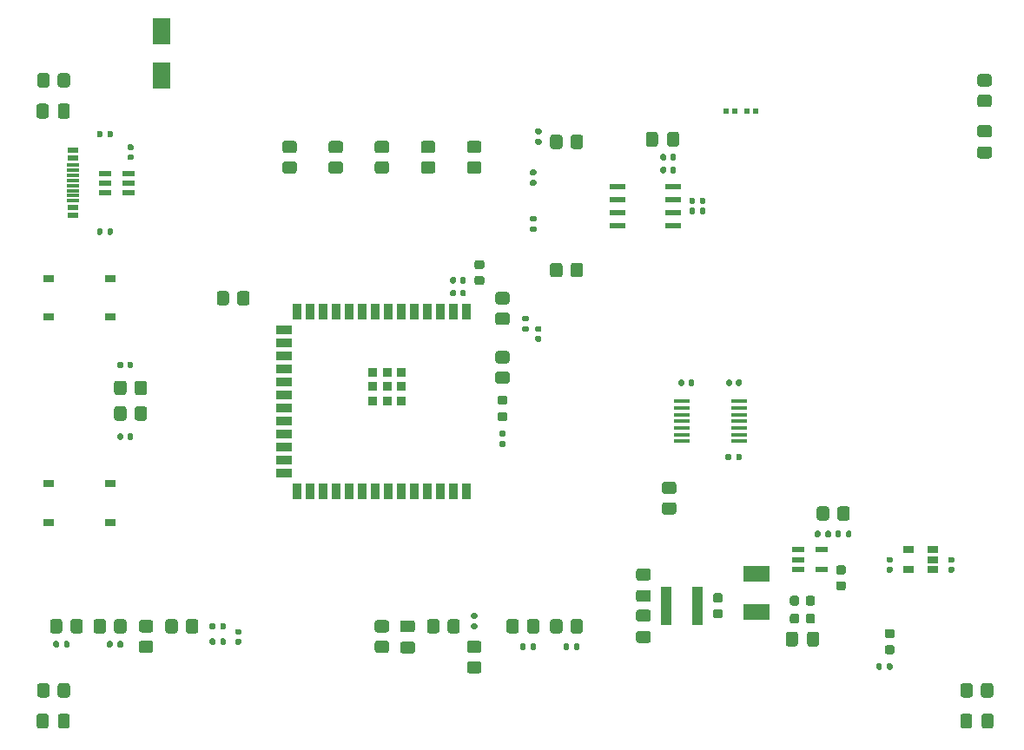
<source format=gtp>
G04 #@! TF.GenerationSoftware,KiCad,Pcbnew,8.0.3+1*
G04 #@! TF.CreationDate,2024-08-22T20:15:40+00:00*
G04 #@! TF.ProjectId,AstraControl,41737472-6143-46f6-9e74-726f6c2e6b69,rev?*
G04 #@! TF.SameCoordinates,Original*
G04 #@! TF.FileFunction,Paste,Top*
G04 #@! TF.FilePolarity,Positive*
%FSLAX46Y46*%
G04 Gerber Fmt 4.6, Leading zero omitted, Abs format (unit mm)*
G04 Created by KiCad (PCBNEW 8.0.3+1) date 2024-08-22 20:15:40*
%MOMM*%
%LPD*%
G01*
G04 APERTURE LIST*
%ADD10R,1.550000X0.300000*%
%ADD11R,1.000000X0.750000*%
%ADD12R,1.100000X3.700000*%
%ADD13R,1.200000X0.600000*%
%ADD14R,2.500000X1.500000*%
%ADD15R,0.550000X0.600000*%
%ADD16R,1.000000X0.700000*%
%ADD17R,0.900000X1.500000*%
%ADD18R,1.500000X0.900000*%
%ADD19R,0.900000X0.900000*%
%ADD20R,1.140000X0.600000*%
%ADD21R,1.190000X0.300000*%
%ADD22R,1.500000X0.550000*%
%ADD23R,1.750000X2.650000*%
G04 APERTURE END LIST*
G36*
G01*
X200200000Y-79350000D02*
X199300000Y-79350000D01*
G75*
G02*
X199050000Y-79100000I0J250000D01*
G01*
X199050000Y-78400000D01*
G75*
G02*
X199300000Y-78150000I250000J0D01*
G01*
X200200000Y-78150000D01*
G75*
G02*
X200450000Y-78400000I0J-250000D01*
G01*
X200450000Y-79100000D01*
G75*
G02*
X200200000Y-79350000I-250000J0D01*
G01*
G37*
G36*
G01*
X200200000Y-77350000D02*
X199300000Y-77350000D01*
G75*
G02*
X199050000Y-77100000I0J250000D01*
G01*
X199050000Y-76400000D01*
G75*
G02*
X199300000Y-76150000I250000J0D01*
G01*
X200200000Y-76150000D01*
G75*
G02*
X200450000Y-76400000I0J-250000D01*
G01*
X200450000Y-77100000D01*
G75*
G02*
X200200000Y-77350000I-250000J0D01*
G01*
G37*
G36*
G01*
X173500000Y-126775000D02*
X174000000Y-126775000D01*
G75*
G02*
X174225000Y-127000000I0J-225000D01*
G01*
X174225000Y-127450000D01*
G75*
G02*
X174000000Y-127675000I-225000J0D01*
G01*
X173500000Y-127675000D01*
G75*
G02*
X173275000Y-127450000I0J225000D01*
G01*
X173275000Y-127000000D01*
G75*
G02*
X173500000Y-126775000I225000J0D01*
G01*
G37*
G36*
G01*
X173500000Y-128325000D02*
X174000000Y-128325000D01*
G75*
G02*
X174225000Y-128550000I0J-225000D01*
G01*
X174225000Y-129000000D01*
G75*
G02*
X174000000Y-129225000I-225000J0D01*
G01*
X173500000Y-129225000D01*
G75*
G02*
X173275000Y-129000000I0J225000D01*
G01*
X173275000Y-128550000D01*
G75*
G02*
X173500000Y-128325000I225000J0D01*
G01*
G37*
G36*
G01*
X149190000Y-96080000D02*
X149190000Y-96420000D01*
G75*
G02*
X149050000Y-96560000I-140000J0D01*
G01*
X148770000Y-96560000D01*
G75*
G02*
X148630000Y-96420000I0J140000D01*
G01*
X148630000Y-96080000D01*
G75*
G02*
X148770000Y-95940000I140000J0D01*
G01*
X149050000Y-95940000D01*
G75*
G02*
X149190000Y-96080000I0J-140000D01*
G01*
G37*
G36*
G01*
X148230000Y-96080000D02*
X148230000Y-96420000D01*
G75*
G02*
X148090000Y-96560000I-140000J0D01*
G01*
X147810000Y-96560000D01*
G75*
G02*
X147670000Y-96420000I0J140000D01*
G01*
X147670000Y-96080000D01*
G75*
G02*
X147810000Y-95940000I140000J0D01*
G01*
X148090000Y-95940000D01*
G75*
G02*
X148230000Y-96080000I0J-140000D01*
G01*
G37*
G36*
G01*
X166975000Y-131625000D02*
X166025000Y-131625000D01*
G75*
G02*
X165775000Y-131375000I0J250000D01*
G01*
X165775000Y-130700000D01*
G75*
G02*
X166025000Y-130450000I250000J0D01*
G01*
X166975000Y-130450000D01*
G75*
G02*
X167225000Y-130700000I0J-250000D01*
G01*
X167225000Y-131375000D01*
G75*
G02*
X166975000Y-131625000I-250000J0D01*
G01*
G37*
G36*
G01*
X166975000Y-129550000D02*
X166025000Y-129550000D01*
G75*
G02*
X165775000Y-129300000I0J250000D01*
G01*
X165775000Y-128625000D01*
G75*
G02*
X166025000Y-128375000I250000J0D01*
G01*
X166975000Y-128375000D01*
G75*
G02*
X167225000Y-128625000I0J-250000D01*
G01*
X167225000Y-129300000D01*
G75*
G02*
X166975000Y-129550000I-250000J0D01*
G01*
G37*
G36*
G01*
X199275000Y-81125000D02*
X200225000Y-81125000D01*
G75*
G02*
X200475000Y-81375000I0J-250000D01*
G01*
X200475000Y-82050000D01*
G75*
G02*
X200225000Y-82300000I-250000J0D01*
G01*
X199275000Y-82300000D01*
G75*
G02*
X199025000Y-82050000I0J250000D01*
G01*
X199025000Y-81375000D01*
G75*
G02*
X199275000Y-81125000I250000J0D01*
G01*
G37*
G36*
G01*
X199275000Y-83200000D02*
X200225000Y-83200000D01*
G75*
G02*
X200475000Y-83450000I0J-250000D01*
G01*
X200475000Y-84125000D01*
G75*
G02*
X200225000Y-84375000I-250000J0D01*
G01*
X199275000Y-84375000D01*
G75*
G02*
X199025000Y-84125000I0J250000D01*
G01*
X199025000Y-83450000D01*
G75*
G02*
X199275000Y-83200000I250000J0D01*
G01*
G37*
G36*
G01*
X183225000Y-129000000D02*
X183225000Y-129500000D01*
G75*
G02*
X183000000Y-129725000I-225000J0D01*
G01*
X182550000Y-129725000D01*
G75*
G02*
X182325000Y-129500000I0J225000D01*
G01*
X182325000Y-129000000D01*
G75*
G02*
X182550000Y-128775000I225000J0D01*
G01*
X183000000Y-128775000D01*
G75*
G02*
X183225000Y-129000000I0J-225000D01*
G01*
G37*
G36*
G01*
X181675000Y-129000000D02*
X181675000Y-129500000D01*
G75*
G02*
X181450000Y-129725000I-225000J0D01*
G01*
X181000000Y-129725000D01*
G75*
G02*
X180775000Y-129500000I0J225000D01*
G01*
X180775000Y-129000000D01*
G75*
G02*
X181000000Y-128775000I225000J0D01*
G01*
X181450000Y-128775000D01*
G75*
G02*
X181675000Y-129000000I0J-225000D01*
G01*
G37*
G36*
G01*
X160280000Y-131815000D02*
X160280000Y-132185000D01*
G75*
G02*
X160145000Y-132320000I-135000J0D01*
G01*
X159875000Y-132320000D01*
G75*
G02*
X159740000Y-132185000I0J135000D01*
G01*
X159740000Y-131815000D01*
G75*
G02*
X159875000Y-131680000I135000J0D01*
G01*
X160145000Y-131680000D01*
G75*
G02*
X160280000Y-131815000I0J-135000D01*
G01*
G37*
G36*
G01*
X159260000Y-131815000D02*
X159260000Y-132185000D01*
G75*
G02*
X159125000Y-132320000I-135000J0D01*
G01*
X158855000Y-132320000D01*
G75*
G02*
X158720000Y-132185000I0J135000D01*
G01*
X158720000Y-131815000D01*
G75*
G02*
X158855000Y-131680000I135000J0D01*
G01*
X159125000Y-131680000D01*
G75*
G02*
X159260000Y-131815000I0J-135000D01*
G01*
G37*
G36*
G01*
X110587500Y-138775000D02*
X110587500Y-139725000D01*
G75*
G02*
X110337500Y-139975000I-250000J0D01*
G01*
X109662500Y-139975000D01*
G75*
G02*
X109412500Y-139725000I0J250000D01*
G01*
X109412500Y-138775000D01*
G75*
G02*
X109662500Y-138525000I250000J0D01*
G01*
X110337500Y-138525000D01*
G75*
G02*
X110587500Y-138775000I0J-250000D01*
G01*
G37*
G36*
G01*
X108512500Y-138775000D02*
X108512500Y-139725000D01*
G75*
G02*
X108262500Y-139975000I-250000J0D01*
G01*
X107587500Y-139975000D01*
G75*
G02*
X107337500Y-139725000I0J250000D01*
G01*
X107337500Y-138775000D01*
G75*
G02*
X107587500Y-138525000I250000J0D01*
G01*
X108262500Y-138525000D01*
G75*
G02*
X108512500Y-138775000I0J-250000D01*
G01*
G37*
G36*
G01*
X168160000Y-85670000D02*
X168160000Y-85330000D01*
G75*
G02*
X168300000Y-85190000I140000J0D01*
G01*
X168580000Y-85190000D01*
G75*
G02*
X168720000Y-85330000I0J-140000D01*
G01*
X168720000Y-85670000D01*
G75*
G02*
X168580000Y-85810000I-140000J0D01*
G01*
X168300000Y-85810000D01*
G75*
G02*
X168160000Y-85670000I0J140000D01*
G01*
G37*
G36*
G01*
X169120000Y-85670000D02*
X169120000Y-85330000D01*
G75*
G02*
X169260000Y-85190000I140000J0D01*
G01*
X169540000Y-85190000D01*
G75*
G02*
X169680000Y-85330000I0J-140000D01*
G01*
X169680000Y-85670000D01*
G75*
G02*
X169540000Y-85810000I-140000J0D01*
G01*
X169260000Y-85810000D01*
G75*
G02*
X169120000Y-85670000I0J140000D01*
G01*
G37*
G36*
G01*
X119900000Y-130450000D02*
X119900000Y-129550000D01*
G75*
G02*
X120150000Y-129300000I250000J0D01*
G01*
X120850000Y-129300000D01*
G75*
G02*
X121100000Y-129550000I0J-250000D01*
G01*
X121100000Y-130450000D01*
G75*
G02*
X120850000Y-130700000I-250000J0D01*
G01*
X120150000Y-130700000D01*
G75*
G02*
X119900000Y-130450000I0J250000D01*
G01*
G37*
G36*
G01*
X121900000Y-130450000D02*
X121900000Y-129550000D01*
G75*
G02*
X122150000Y-129300000I250000J0D01*
G01*
X122850000Y-129300000D01*
G75*
G02*
X123100000Y-129550000I0J-250000D01*
G01*
X123100000Y-130450000D01*
G75*
G02*
X122850000Y-130700000I-250000J0D01*
G01*
X122150000Y-130700000D01*
G75*
G02*
X121900000Y-130450000I0J250000D01*
G01*
G37*
G36*
G01*
X116330000Y-83010000D02*
X116670000Y-83010000D01*
G75*
G02*
X116810000Y-83150000I0J-140000D01*
G01*
X116810000Y-83430000D01*
G75*
G02*
X116670000Y-83570000I-140000J0D01*
G01*
X116330000Y-83570000D01*
G75*
G02*
X116190000Y-83430000I0J140000D01*
G01*
X116190000Y-83150000D01*
G75*
G02*
X116330000Y-83010000I140000J0D01*
G01*
G37*
G36*
G01*
X116330000Y-83970000D02*
X116670000Y-83970000D01*
G75*
G02*
X116810000Y-84110000I0J-140000D01*
G01*
X116810000Y-84390000D01*
G75*
G02*
X116670000Y-84530000I-140000J0D01*
G01*
X116330000Y-84530000D01*
G75*
G02*
X116190000Y-84390000I0J140000D01*
G01*
X116190000Y-84110000D01*
G75*
G02*
X116330000Y-83970000I140000J0D01*
G01*
G37*
G36*
G01*
X110600000Y-76300000D02*
X110600000Y-77200000D01*
G75*
G02*
X110350000Y-77450000I-250000J0D01*
G01*
X109650000Y-77450000D01*
G75*
G02*
X109400000Y-77200000I0J250000D01*
G01*
X109400000Y-76300000D01*
G75*
G02*
X109650000Y-76050000I250000J0D01*
G01*
X110350000Y-76050000D01*
G75*
G02*
X110600000Y-76300000I0J-250000D01*
G01*
G37*
G36*
G01*
X108600000Y-76300000D02*
X108600000Y-77200000D01*
G75*
G02*
X108350000Y-77450000I-250000J0D01*
G01*
X107650000Y-77450000D01*
G75*
G02*
X107400000Y-77200000I0J250000D01*
G01*
X107400000Y-76300000D01*
G75*
G02*
X107650000Y-76050000I250000J0D01*
G01*
X108350000Y-76050000D01*
G75*
G02*
X108600000Y-76300000I0J-250000D01*
G01*
G37*
D10*
X170200000Y-108050000D03*
X170200000Y-108700000D03*
X170200000Y-109350000D03*
X170200000Y-110000000D03*
X170200000Y-110650000D03*
X170200000Y-111300000D03*
X170200000Y-111950000D03*
X175800000Y-111950000D03*
X175800000Y-111300000D03*
X175800000Y-110650000D03*
X175800000Y-110000000D03*
X175800000Y-109350000D03*
X175800000Y-108700000D03*
X175800000Y-108050000D03*
D11*
X114500000Y-99850000D03*
X108500000Y-99850000D03*
X114500000Y-96100000D03*
X108500000Y-96100000D03*
G36*
G01*
X152493750Y-107525000D02*
X153006250Y-107525000D01*
G75*
G02*
X153225000Y-107743750I0J-218750D01*
G01*
X153225000Y-108181250D01*
G75*
G02*
X153006250Y-108400000I-218750J0D01*
G01*
X152493750Y-108400000D01*
G75*
G02*
X152275000Y-108181250I0J218750D01*
G01*
X152275000Y-107743750D01*
G75*
G02*
X152493750Y-107525000I218750J0D01*
G01*
G37*
G36*
G01*
X152493750Y-109100000D02*
X153006250Y-109100000D01*
G75*
G02*
X153225000Y-109318750I0J-218750D01*
G01*
X153225000Y-109756250D01*
G75*
G02*
X153006250Y-109975000I-218750J0D01*
G01*
X152493750Y-109975000D01*
G75*
G02*
X152275000Y-109756250I0J218750D01*
G01*
X152275000Y-109318750D01*
G75*
G02*
X152493750Y-109100000I218750J0D01*
G01*
G37*
D12*
X171750000Y-128000000D03*
X168750000Y-128000000D03*
G36*
G01*
X155565000Y-85460000D02*
X155935000Y-85460000D01*
G75*
G02*
X156070000Y-85595000I0J-135000D01*
G01*
X156070000Y-85865000D01*
G75*
G02*
X155935000Y-86000000I-135000J0D01*
G01*
X155565000Y-86000000D01*
G75*
G02*
X155430000Y-85865000I0J135000D01*
G01*
X155430000Y-85595000D01*
G75*
G02*
X155565000Y-85460000I135000J0D01*
G01*
G37*
G36*
G01*
X155565000Y-86480000D02*
X155935000Y-86480000D01*
G75*
G02*
X156070000Y-86615000I0J-135000D01*
G01*
X156070000Y-86885000D01*
G75*
G02*
X155935000Y-87020000I-135000J0D01*
G01*
X155565000Y-87020000D01*
G75*
G02*
X155430000Y-86885000I0J135000D01*
G01*
X155430000Y-86615000D01*
G75*
G02*
X155565000Y-86480000I135000J0D01*
G01*
G37*
G36*
G01*
X117550000Y-129400000D02*
X118450000Y-129400000D01*
G75*
G02*
X118700000Y-129650000I0J-250000D01*
G01*
X118700000Y-130350000D01*
G75*
G02*
X118450000Y-130600000I-250000J0D01*
G01*
X117550000Y-130600000D01*
G75*
G02*
X117300000Y-130350000I0J250000D01*
G01*
X117300000Y-129650000D01*
G75*
G02*
X117550000Y-129400000I250000J0D01*
G01*
G37*
G36*
G01*
X117550000Y-131400000D02*
X118450000Y-131400000D01*
G75*
G02*
X118700000Y-131650000I0J-250000D01*
G01*
X118700000Y-132350000D01*
G75*
G02*
X118450000Y-132600000I-250000J0D01*
G01*
X117550000Y-132600000D01*
G75*
G02*
X117300000Y-132350000I0J250000D01*
G01*
X117300000Y-131650000D01*
G75*
G02*
X117550000Y-131400000I250000J0D01*
G01*
G37*
G36*
G01*
X108650000Y-130450000D02*
X108650000Y-129550000D01*
G75*
G02*
X108900000Y-129300000I250000J0D01*
G01*
X109600000Y-129300000D01*
G75*
G02*
X109850000Y-129550000I0J-250000D01*
G01*
X109850000Y-130450000D01*
G75*
G02*
X109600000Y-130700000I-250000J0D01*
G01*
X108900000Y-130700000D01*
G75*
G02*
X108650000Y-130450000I0J250000D01*
G01*
G37*
G36*
G01*
X110650000Y-130450000D02*
X110650000Y-129550000D01*
G75*
G02*
X110900000Y-129300000I250000J0D01*
G01*
X111600000Y-129300000D01*
G75*
G02*
X111850000Y-129550000I0J-250000D01*
G01*
X111850000Y-130450000D01*
G75*
G02*
X111600000Y-130700000I-250000J0D01*
G01*
X110900000Y-130700000D01*
G75*
G02*
X110650000Y-130450000I0J250000D01*
G01*
G37*
G36*
G01*
X174560000Y-106420000D02*
X174560000Y-106080000D01*
G75*
G02*
X174700000Y-105940000I140000J0D01*
G01*
X174980000Y-105940000D01*
G75*
G02*
X175120000Y-106080000I0J-140000D01*
G01*
X175120000Y-106420000D01*
G75*
G02*
X174980000Y-106560000I-140000J0D01*
G01*
X174700000Y-106560000D01*
G75*
G02*
X174560000Y-106420000I0J140000D01*
G01*
G37*
G36*
G01*
X175520000Y-106420000D02*
X175520000Y-106080000D01*
G75*
G02*
X175660000Y-105940000I140000J0D01*
G01*
X175940000Y-105940000D01*
G75*
G02*
X176080000Y-106080000I0J-140000D01*
G01*
X176080000Y-106420000D01*
G75*
G02*
X175940000Y-106560000I-140000J0D01*
G01*
X175660000Y-106560000D01*
G75*
G02*
X175520000Y-106420000I0J140000D01*
G01*
G37*
G36*
G01*
X183225000Y-127250000D02*
X183225000Y-127750000D01*
G75*
G02*
X183000000Y-127975000I-225000J0D01*
G01*
X182550000Y-127975000D01*
G75*
G02*
X182325000Y-127750000I0J225000D01*
G01*
X182325000Y-127250000D01*
G75*
G02*
X182550000Y-127025000I225000J0D01*
G01*
X183000000Y-127025000D01*
G75*
G02*
X183225000Y-127250000I0J-225000D01*
G01*
G37*
G36*
G01*
X181675000Y-127250000D02*
X181675000Y-127750000D01*
G75*
G02*
X181450000Y-127975000I-225000J0D01*
G01*
X181000000Y-127975000D01*
G75*
G02*
X180775000Y-127750000I0J225000D01*
G01*
X180775000Y-127250000D01*
G75*
G02*
X181000000Y-127025000I225000J0D01*
G01*
X181450000Y-127025000D01*
G75*
G02*
X181675000Y-127250000I0J-225000D01*
G01*
G37*
G36*
G01*
X115770000Y-131565000D02*
X115770000Y-131935000D01*
G75*
G02*
X115635000Y-132070000I-135000J0D01*
G01*
X115365000Y-132070000D01*
G75*
G02*
X115230000Y-131935000I0J135000D01*
G01*
X115230000Y-131565000D01*
G75*
G02*
X115365000Y-131430000I135000J0D01*
G01*
X115635000Y-131430000D01*
G75*
G02*
X115770000Y-131565000I0J-135000D01*
G01*
G37*
G36*
G01*
X114750000Y-131565000D02*
X114750000Y-131935000D01*
G75*
G02*
X114615000Y-132070000I-135000J0D01*
G01*
X114345000Y-132070000D01*
G75*
G02*
X114210000Y-131935000I0J135000D01*
G01*
X114210000Y-131565000D01*
G75*
G02*
X114345000Y-131430000I135000J0D01*
G01*
X114615000Y-131430000D01*
G75*
G02*
X114750000Y-131565000I0J-135000D01*
G01*
G37*
G36*
G01*
X166737500Y-82975000D02*
X166737500Y-82025000D01*
G75*
G02*
X166987500Y-81775000I250000J0D01*
G01*
X167662500Y-81775000D01*
G75*
G02*
X167912500Y-82025000I0J-250000D01*
G01*
X167912500Y-82975000D01*
G75*
G02*
X167662500Y-83225000I-250000J0D01*
G01*
X166987500Y-83225000D01*
G75*
G02*
X166737500Y-82975000I0J250000D01*
G01*
G37*
G36*
G01*
X168812500Y-82975000D02*
X168812500Y-82025000D01*
G75*
G02*
X169062500Y-81775000I250000J0D01*
G01*
X169737500Y-81775000D01*
G75*
G02*
X169987500Y-82025000I0J-250000D01*
G01*
X169987500Y-82975000D01*
G75*
G02*
X169737500Y-83225000I-250000J0D01*
G01*
X169062500Y-83225000D01*
G75*
G02*
X168812500Y-82975000I0J250000D01*
G01*
G37*
G36*
G01*
X172540000Y-89315000D02*
X172540000Y-89685000D01*
G75*
G02*
X172405000Y-89820000I-135000J0D01*
G01*
X172135000Y-89820000D01*
G75*
G02*
X172000000Y-89685000I0J135000D01*
G01*
X172000000Y-89315000D01*
G75*
G02*
X172135000Y-89180000I135000J0D01*
G01*
X172405000Y-89180000D01*
G75*
G02*
X172540000Y-89315000I0J-135000D01*
G01*
G37*
G36*
G01*
X171520000Y-89315000D02*
X171520000Y-89685000D01*
G75*
G02*
X171385000Y-89820000I-135000J0D01*
G01*
X171115000Y-89820000D01*
G75*
G02*
X170980000Y-89685000I0J135000D01*
G01*
X170980000Y-89315000D01*
G75*
G02*
X171115000Y-89180000I135000J0D01*
G01*
X171385000Y-89180000D01*
G75*
G02*
X171520000Y-89315000I0J-135000D01*
G01*
G37*
G36*
G01*
X115220000Y-111670000D02*
X115220000Y-111330000D01*
G75*
G02*
X115360000Y-111190000I140000J0D01*
G01*
X115640000Y-111190000D01*
G75*
G02*
X115780000Y-111330000I0J-140000D01*
G01*
X115780000Y-111670000D01*
G75*
G02*
X115640000Y-111810000I-140000J0D01*
G01*
X115360000Y-111810000D01*
G75*
G02*
X115220000Y-111670000I0J140000D01*
G01*
G37*
G36*
G01*
X116180000Y-111670000D02*
X116180000Y-111330000D01*
G75*
G02*
X116320000Y-111190000I140000J0D01*
G01*
X116600000Y-111190000D01*
G75*
G02*
X116740000Y-111330000I0J-140000D01*
G01*
X116740000Y-111670000D01*
G75*
G02*
X116600000Y-111810000I-140000J0D01*
G01*
X116320000Y-111810000D01*
G75*
G02*
X116180000Y-111670000I0J140000D01*
G01*
G37*
G36*
G01*
X152935000Y-112502500D02*
X152565000Y-112502500D01*
G75*
G02*
X152430000Y-112367500I0J135000D01*
G01*
X152430000Y-112097500D01*
G75*
G02*
X152565000Y-111962500I135000J0D01*
G01*
X152935000Y-111962500D01*
G75*
G02*
X153070000Y-112097500I0J-135000D01*
G01*
X153070000Y-112367500D01*
G75*
G02*
X152935000Y-112502500I-135000J0D01*
G01*
G37*
G36*
G01*
X152935000Y-111482500D02*
X152565000Y-111482500D01*
G75*
G02*
X152430000Y-111347500I0J135000D01*
G01*
X152430000Y-111077500D01*
G75*
G02*
X152565000Y-110942500I135000J0D01*
G01*
X152935000Y-110942500D01*
G75*
G02*
X153070000Y-111077500I0J-135000D01*
G01*
X153070000Y-111347500D01*
G75*
G02*
X152935000Y-111482500I-135000J0D01*
G01*
G37*
G36*
G01*
X166025000Y-124375000D02*
X166975000Y-124375000D01*
G75*
G02*
X167225000Y-124625000I0J-250000D01*
G01*
X167225000Y-125300000D01*
G75*
G02*
X166975000Y-125550000I-250000J0D01*
G01*
X166025000Y-125550000D01*
G75*
G02*
X165775000Y-125300000I0J250000D01*
G01*
X165775000Y-124625000D01*
G75*
G02*
X166025000Y-124375000I250000J0D01*
G01*
G37*
G36*
G01*
X166025000Y-126450000D02*
X166975000Y-126450000D01*
G75*
G02*
X167225000Y-126700000I0J-250000D01*
G01*
X167225000Y-127375000D01*
G75*
G02*
X166975000Y-127625000I-250000J0D01*
G01*
X166025000Y-127625000D01*
G75*
G02*
X165775000Y-127375000I0J250000D01*
G01*
X165775000Y-126700000D01*
G75*
G02*
X166025000Y-126450000I250000J0D01*
G01*
G37*
G36*
G01*
X148600000Y-129550000D02*
X148600000Y-130450000D01*
G75*
G02*
X148350000Y-130700000I-250000J0D01*
G01*
X147650000Y-130700000D01*
G75*
G02*
X147400000Y-130450000I0J250000D01*
G01*
X147400000Y-129550000D01*
G75*
G02*
X147650000Y-129300000I250000J0D01*
G01*
X148350000Y-129300000D01*
G75*
G02*
X148600000Y-129550000I0J-250000D01*
G01*
G37*
G36*
G01*
X146600000Y-129550000D02*
X146600000Y-130450000D01*
G75*
G02*
X146350000Y-130700000I-250000J0D01*
G01*
X145650000Y-130700000D01*
G75*
G02*
X145400000Y-130450000I0J250000D01*
G01*
X145400000Y-129550000D01*
G75*
G02*
X145650000Y-129300000I250000J0D01*
G01*
X146350000Y-129300000D01*
G75*
G02*
X146600000Y-129550000I0J-250000D01*
G01*
G37*
G36*
G01*
X150450000Y-85850000D02*
X149550000Y-85850000D01*
G75*
G02*
X149300000Y-85600000I0J250000D01*
G01*
X149300000Y-84900000D01*
G75*
G02*
X149550000Y-84650000I250000J0D01*
G01*
X150450000Y-84650000D01*
G75*
G02*
X150700000Y-84900000I0J-250000D01*
G01*
X150700000Y-85600000D01*
G75*
G02*
X150450000Y-85850000I-250000J0D01*
G01*
G37*
G36*
G01*
X150450000Y-83850000D02*
X149550000Y-83850000D01*
G75*
G02*
X149300000Y-83600000I0J250000D01*
G01*
X149300000Y-82900000D01*
G75*
G02*
X149550000Y-82650000I250000J0D01*
G01*
X150450000Y-82650000D01*
G75*
G02*
X150700000Y-82900000I0J-250000D01*
G01*
X150700000Y-83600000D01*
G75*
G02*
X150450000Y-83850000I-250000J0D01*
G01*
G37*
G36*
G01*
X196330000Y-123240000D02*
X196670000Y-123240000D01*
G75*
G02*
X196810000Y-123380000I0J-140000D01*
G01*
X196810000Y-123660000D01*
G75*
G02*
X196670000Y-123800000I-140000J0D01*
G01*
X196330000Y-123800000D01*
G75*
G02*
X196190000Y-123660000I0J140000D01*
G01*
X196190000Y-123380000D01*
G75*
G02*
X196330000Y-123240000I140000J0D01*
G01*
G37*
G36*
G01*
X196330000Y-124200000D02*
X196670000Y-124200000D01*
G75*
G02*
X196810000Y-124340000I0J-140000D01*
G01*
X196810000Y-124620000D01*
G75*
G02*
X196670000Y-124760000I-140000J0D01*
G01*
X196330000Y-124760000D01*
G75*
G02*
X196190000Y-124620000I0J140000D01*
G01*
X196190000Y-124340000D01*
G75*
G02*
X196330000Y-124200000I140000J0D01*
G01*
G37*
G36*
G01*
X186000000Y-126500000D02*
X185500000Y-126500000D01*
G75*
G02*
X185275000Y-126275000I0J225000D01*
G01*
X185275000Y-125825000D01*
G75*
G02*
X185500000Y-125600000I225000J0D01*
G01*
X186000000Y-125600000D01*
G75*
G02*
X186225000Y-125825000I0J-225000D01*
G01*
X186225000Y-126275000D01*
G75*
G02*
X186000000Y-126500000I-225000J0D01*
G01*
G37*
G36*
G01*
X186000000Y-124950000D02*
X185500000Y-124950000D01*
G75*
G02*
X185275000Y-124725000I0J225000D01*
G01*
X185275000Y-124275000D01*
G75*
G02*
X185500000Y-124050000I225000J0D01*
G01*
X186000000Y-124050000D01*
G75*
G02*
X186225000Y-124275000I0J-225000D01*
G01*
X186225000Y-124725000D01*
G75*
G02*
X186000000Y-124950000I-225000J0D01*
G01*
G37*
G36*
G01*
X156080000Y-100720000D02*
X156420000Y-100720000D01*
G75*
G02*
X156560000Y-100860000I0J-140000D01*
G01*
X156560000Y-101140000D01*
G75*
G02*
X156420000Y-101280000I-140000J0D01*
G01*
X156080000Y-101280000D01*
G75*
G02*
X155940000Y-101140000I0J140000D01*
G01*
X155940000Y-100860000D01*
G75*
G02*
X156080000Y-100720000I140000J0D01*
G01*
G37*
G36*
G01*
X156080000Y-101680000D02*
X156420000Y-101680000D01*
G75*
G02*
X156560000Y-101820000I0J-140000D01*
G01*
X156560000Y-102100000D01*
G75*
G02*
X156420000Y-102240000I-140000J0D01*
G01*
X156080000Y-102240000D01*
G75*
G02*
X155940000Y-102100000I0J140000D01*
G01*
X155940000Y-101820000D01*
G75*
G02*
X156080000Y-101680000I140000J0D01*
G01*
G37*
G36*
G01*
X186780000Y-120815000D02*
X186780000Y-121185000D01*
G75*
G02*
X186645000Y-121320000I-135000J0D01*
G01*
X186375000Y-121320000D01*
G75*
G02*
X186240000Y-121185000I0J135000D01*
G01*
X186240000Y-120815000D01*
G75*
G02*
X186375000Y-120680000I135000J0D01*
G01*
X186645000Y-120680000D01*
G75*
G02*
X186780000Y-120815000I0J-135000D01*
G01*
G37*
G36*
G01*
X185760000Y-120815000D02*
X185760000Y-121185000D01*
G75*
G02*
X185625000Y-121320000I-135000J0D01*
G01*
X185355000Y-121320000D01*
G75*
G02*
X185220000Y-121185000I0J135000D01*
G01*
X185220000Y-120815000D01*
G75*
G02*
X185355000Y-120680000I135000J0D01*
G01*
X185625000Y-120680000D01*
G75*
G02*
X185760000Y-120815000I0J-135000D01*
G01*
G37*
G36*
G01*
X141450000Y-85850000D02*
X140550000Y-85850000D01*
G75*
G02*
X140300000Y-85600000I0J250000D01*
G01*
X140300000Y-84900000D01*
G75*
G02*
X140550000Y-84650000I250000J0D01*
G01*
X141450000Y-84650000D01*
G75*
G02*
X141700000Y-84900000I0J-250000D01*
G01*
X141700000Y-85600000D01*
G75*
G02*
X141450000Y-85850000I-250000J0D01*
G01*
G37*
G36*
G01*
X141450000Y-83850000D02*
X140550000Y-83850000D01*
G75*
G02*
X140300000Y-83600000I0J250000D01*
G01*
X140300000Y-82900000D01*
G75*
G02*
X140550000Y-82650000I250000J0D01*
G01*
X141450000Y-82650000D01*
G75*
G02*
X141700000Y-82900000I0J-250000D01*
G01*
X141700000Y-83600000D01*
G75*
G02*
X141450000Y-83850000I-250000J0D01*
G01*
G37*
D13*
X114000000Y-85820000D03*
X114000000Y-86770000D03*
X114000000Y-87720000D03*
X116300000Y-87720000D03*
X116300000Y-86770000D03*
X116300000Y-85820000D03*
D11*
X114500000Y-119850000D03*
X108500000Y-119850000D03*
X114500000Y-116100000D03*
X108500000Y-116100000D03*
G36*
G01*
X113220000Y-91685000D02*
X113220000Y-91315000D01*
G75*
G02*
X113355000Y-91180000I135000J0D01*
G01*
X113625000Y-91180000D01*
G75*
G02*
X113760000Y-91315000I0J-135000D01*
G01*
X113760000Y-91685000D01*
G75*
G02*
X113625000Y-91820000I-135000J0D01*
G01*
X113355000Y-91820000D01*
G75*
G02*
X113220000Y-91685000I0J135000D01*
G01*
G37*
G36*
G01*
X114240000Y-91685000D02*
X114240000Y-91315000D01*
G75*
G02*
X114375000Y-91180000I135000J0D01*
G01*
X114645000Y-91180000D01*
G75*
G02*
X114780000Y-91315000I0J-135000D01*
G01*
X114780000Y-91685000D01*
G75*
G02*
X114645000Y-91820000I-135000J0D01*
G01*
X114375000Y-91820000D01*
G75*
G02*
X114240000Y-91685000I0J135000D01*
G01*
G37*
G36*
G01*
X174510000Y-113685000D02*
X174510000Y-113315000D01*
G75*
G02*
X174645000Y-113180000I135000J0D01*
G01*
X174915000Y-113180000D01*
G75*
G02*
X175050000Y-113315000I0J-135000D01*
G01*
X175050000Y-113685000D01*
G75*
G02*
X174915000Y-113820000I-135000J0D01*
G01*
X174645000Y-113820000D01*
G75*
G02*
X174510000Y-113685000I0J135000D01*
G01*
G37*
G36*
G01*
X175530000Y-113685000D02*
X175530000Y-113315000D01*
G75*
G02*
X175665000Y-113180000I135000J0D01*
G01*
X175935000Y-113180000D01*
G75*
G02*
X176070000Y-113315000I0J-135000D01*
G01*
X176070000Y-113685000D01*
G75*
G02*
X175935000Y-113820000I-135000J0D01*
G01*
X175665000Y-113820000D01*
G75*
G02*
X175530000Y-113685000I0J135000D01*
G01*
G37*
G36*
G01*
X190756250Y-132725000D02*
X190243750Y-132725000D01*
G75*
G02*
X190025000Y-132506250I0J218750D01*
G01*
X190025000Y-132068750D01*
G75*
G02*
X190243750Y-131850000I218750J0D01*
G01*
X190756250Y-131850000D01*
G75*
G02*
X190975000Y-132068750I0J-218750D01*
G01*
X190975000Y-132506250D01*
G75*
G02*
X190756250Y-132725000I-218750J0D01*
G01*
G37*
G36*
G01*
X190756250Y-131150000D02*
X190243750Y-131150000D01*
G75*
G02*
X190025000Y-130931250I0J218750D01*
G01*
X190025000Y-130493750D01*
G75*
G02*
X190243750Y-130275000I218750J0D01*
G01*
X190756250Y-130275000D01*
G75*
G02*
X190975000Y-130493750I0J-218750D01*
G01*
X190975000Y-130931250D01*
G75*
G02*
X190756250Y-131150000I-218750J0D01*
G01*
G37*
G36*
G01*
X153200000Y-100600000D02*
X152300000Y-100600000D01*
G75*
G02*
X152050000Y-100350000I0J250000D01*
G01*
X152050000Y-99650000D01*
G75*
G02*
X152300000Y-99400000I250000J0D01*
G01*
X153200000Y-99400000D01*
G75*
G02*
X153450000Y-99650000I0J-250000D01*
G01*
X153450000Y-100350000D01*
G75*
G02*
X153200000Y-100600000I-250000J0D01*
G01*
G37*
G36*
G01*
X153200000Y-98600000D02*
X152300000Y-98600000D01*
G75*
G02*
X152050000Y-98350000I0J250000D01*
G01*
X152050000Y-97650000D01*
G75*
G02*
X152300000Y-97400000I250000J0D01*
G01*
X153200000Y-97400000D01*
G75*
G02*
X153450000Y-97650000I0J-250000D01*
G01*
X153450000Y-98350000D01*
G75*
G02*
X153200000Y-98600000I-250000J0D01*
G01*
G37*
G36*
G01*
X116100000Y-129550000D02*
X116100000Y-130450000D01*
G75*
G02*
X115850000Y-130700000I-250000J0D01*
G01*
X115150000Y-130700000D01*
G75*
G02*
X114900000Y-130450000I0J250000D01*
G01*
X114900000Y-129550000D01*
G75*
G02*
X115150000Y-129300000I250000J0D01*
G01*
X115850000Y-129300000D01*
G75*
G02*
X116100000Y-129550000I0J-250000D01*
G01*
G37*
G36*
G01*
X114100000Y-129550000D02*
X114100000Y-130450000D01*
G75*
G02*
X113850000Y-130700000I-250000J0D01*
G01*
X113150000Y-130700000D01*
G75*
G02*
X112900000Y-130450000I0J250000D01*
G01*
X112900000Y-129550000D01*
G75*
G02*
X113150000Y-129300000I250000J0D01*
G01*
X113850000Y-129300000D01*
G75*
G02*
X114100000Y-129550000I0J-250000D01*
G01*
G37*
G36*
G01*
X155185000Y-101280000D02*
X154815000Y-101280000D01*
G75*
G02*
X154680000Y-101145000I0J135000D01*
G01*
X154680000Y-100875000D01*
G75*
G02*
X154815000Y-100740000I135000J0D01*
G01*
X155185000Y-100740000D01*
G75*
G02*
X155320000Y-100875000I0J-135000D01*
G01*
X155320000Y-101145000D01*
G75*
G02*
X155185000Y-101280000I-135000J0D01*
G01*
G37*
G36*
G01*
X155185000Y-100260000D02*
X154815000Y-100260000D01*
G75*
G02*
X154680000Y-100125000I0J135000D01*
G01*
X154680000Y-99855000D01*
G75*
G02*
X154815000Y-99720000I135000J0D01*
G01*
X155185000Y-99720000D01*
G75*
G02*
X155320000Y-99855000I0J-135000D01*
G01*
X155320000Y-100125000D01*
G75*
G02*
X155185000Y-100260000I-135000J0D01*
G01*
G37*
G36*
G01*
X116740000Y-104330000D02*
X116740000Y-104670000D01*
G75*
G02*
X116600000Y-104810000I-140000J0D01*
G01*
X116320000Y-104810000D01*
G75*
G02*
X116180000Y-104670000I0J140000D01*
G01*
X116180000Y-104330000D01*
G75*
G02*
X116320000Y-104190000I140000J0D01*
G01*
X116600000Y-104190000D01*
G75*
G02*
X116740000Y-104330000I0J-140000D01*
G01*
G37*
G36*
G01*
X115780000Y-104330000D02*
X115780000Y-104670000D01*
G75*
G02*
X115640000Y-104810000I-140000J0D01*
G01*
X115360000Y-104810000D01*
G75*
G02*
X115220000Y-104670000I0J140000D01*
G01*
X115220000Y-104330000D01*
G75*
G02*
X115360000Y-104190000I140000J0D01*
G01*
X115640000Y-104190000D01*
G75*
G02*
X115780000Y-104330000I0J-140000D01*
G01*
G37*
G36*
G01*
X168160000Y-84420000D02*
X168160000Y-84080000D01*
G75*
G02*
X168300000Y-83940000I140000J0D01*
G01*
X168580000Y-83940000D01*
G75*
G02*
X168720000Y-84080000I0J-140000D01*
G01*
X168720000Y-84420000D01*
G75*
G02*
X168580000Y-84560000I-140000J0D01*
G01*
X168300000Y-84560000D01*
G75*
G02*
X168160000Y-84420000I0J140000D01*
G01*
G37*
G36*
G01*
X169120000Y-84420000D02*
X169120000Y-84080000D01*
G75*
G02*
X169260000Y-83940000I140000J0D01*
G01*
X169540000Y-83940000D01*
G75*
G02*
X169680000Y-84080000I0J-140000D01*
G01*
X169680000Y-84420000D01*
G75*
G02*
X169540000Y-84560000I-140000J0D01*
G01*
X169260000Y-84560000D01*
G75*
G02*
X169120000Y-84420000I0J140000D01*
G01*
G37*
G36*
G01*
X150750000Y-96725000D02*
X150250000Y-96725000D01*
G75*
G02*
X150025000Y-96500000I0J225000D01*
G01*
X150025000Y-96050000D01*
G75*
G02*
X150250000Y-95825000I225000J0D01*
G01*
X150750000Y-95825000D01*
G75*
G02*
X150975000Y-96050000I0J-225000D01*
G01*
X150975000Y-96500000D01*
G75*
G02*
X150750000Y-96725000I-225000J0D01*
G01*
G37*
G36*
G01*
X150750000Y-95175000D02*
X150250000Y-95175000D01*
G75*
G02*
X150025000Y-94950000I0J225000D01*
G01*
X150025000Y-94500000D01*
G75*
G02*
X150250000Y-94275000I225000J0D01*
G01*
X150750000Y-94275000D01*
G75*
G02*
X150975000Y-94500000I0J-225000D01*
G01*
X150975000Y-94950000D01*
G75*
G02*
X150750000Y-95175000I-225000J0D01*
G01*
G37*
G36*
G01*
X110587500Y-79275000D02*
X110587500Y-80225000D01*
G75*
G02*
X110337500Y-80475000I-250000J0D01*
G01*
X109662500Y-80475000D01*
G75*
G02*
X109412500Y-80225000I0J250000D01*
G01*
X109412500Y-79275000D01*
G75*
G02*
X109662500Y-79025000I250000J0D01*
G01*
X110337500Y-79025000D01*
G75*
G02*
X110587500Y-79275000I0J-250000D01*
G01*
G37*
G36*
G01*
X108512500Y-79275000D02*
X108512500Y-80225000D01*
G75*
G02*
X108262500Y-80475000I-250000J0D01*
G01*
X107587500Y-80475000D01*
G75*
G02*
X107337500Y-80225000I0J250000D01*
G01*
X107337500Y-79275000D01*
G75*
G02*
X107587500Y-79025000I250000J0D01*
G01*
X108262500Y-79025000D01*
G75*
G02*
X108512500Y-79275000I0J-250000D01*
G01*
G37*
G36*
G01*
X156435000Y-83020000D02*
X156065000Y-83020000D01*
G75*
G02*
X155930000Y-82885000I0J135000D01*
G01*
X155930000Y-82615000D01*
G75*
G02*
X156065000Y-82480000I135000J0D01*
G01*
X156435000Y-82480000D01*
G75*
G02*
X156570000Y-82615000I0J-135000D01*
G01*
X156570000Y-82885000D01*
G75*
G02*
X156435000Y-83020000I-135000J0D01*
G01*
G37*
G36*
G01*
X156435000Y-82000000D02*
X156065000Y-82000000D01*
G75*
G02*
X155930000Y-81865000I0J135000D01*
G01*
X155930000Y-81595000D01*
G75*
G02*
X156065000Y-81460000I135000J0D01*
G01*
X156435000Y-81460000D01*
G75*
G02*
X156570000Y-81595000I0J-135000D01*
G01*
X156570000Y-81865000D01*
G75*
G02*
X156435000Y-82000000I-135000J0D01*
G01*
G37*
G36*
G01*
X132450000Y-85850000D02*
X131550000Y-85850000D01*
G75*
G02*
X131300000Y-85600000I0J250000D01*
G01*
X131300000Y-84900000D01*
G75*
G02*
X131550000Y-84650000I250000J0D01*
G01*
X132450000Y-84650000D01*
G75*
G02*
X132700000Y-84900000I0J-250000D01*
G01*
X132700000Y-85600000D01*
G75*
G02*
X132450000Y-85850000I-250000J0D01*
G01*
G37*
G36*
G01*
X132450000Y-83850000D02*
X131550000Y-83850000D01*
G75*
G02*
X131300000Y-83600000I0J250000D01*
G01*
X131300000Y-82900000D01*
G75*
G02*
X131550000Y-82650000I250000J0D01*
G01*
X132450000Y-82650000D01*
G75*
G02*
X132700000Y-82900000I0J-250000D01*
G01*
X132700000Y-83600000D01*
G75*
G02*
X132450000Y-83850000I-250000J0D01*
G01*
G37*
G36*
G01*
X141450000Y-132600000D02*
X140550000Y-132600000D01*
G75*
G02*
X140300000Y-132350000I0J250000D01*
G01*
X140300000Y-131650000D01*
G75*
G02*
X140550000Y-131400000I250000J0D01*
G01*
X141450000Y-131400000D01*
G75*
G02*
X141700000Y-131650000I0J-250000D01*
G01*
X141700000Y-132350000D01*
G75*
G02*
X141450000Y-132600000I-250000J0D01*
G01*
G37*
G36*
G01*
X141450000Y-130600000D02*
X140550000Y-130600000D01*
G75*
G02*
X140300000Y-130350000I0J250000D01*
G01*
X140300000Y-129650000D01*
G75*
G02*
X140550000Y-129400000I250000J0D01*
G01*
X141450000Y-129400000D01*
G75*
G02*
X141700000Y-129650000I0J-250000D01*
G01*
X141700000Y-130350000D01*
G75*
G02*
X141450000Y-130600000I-250000J0D01*
G01*
G37*
D13*
X181600000Y-122550000D03*
X181600000Y-123500000D03*
X181600000Y-124450000D03*
X183900000Y-124450000D03*
X183900000Y-122550000D03*
G36*
G01*
X197400000Y-136700000D02*
X197400000Y-135800000D01*
G75*
G02*
X197650000Y-135550000I250000J0D01*
G01*
X198350000Y-135550000D01*
G75*
G02*
X198600000Y-135800000I0J-250000D01*
G01*
X198600000Y-136700000D01*
G75*
G02*
X198350000Y-136950000I-250000J0D01*
G01*
X197650000Y-136950000D01*
G75*
G02*
X197400000Y-136700000I0J250000D01*
G01*
G37*
G36*
G01*
X199400000Y-136700000D02*
X199400000Y-135800000D01*
G75*
G02*
X199650000Y-135550000I250000J0D01*
G01*
X200350000Y-135550000D01*
G75*
G02*
X200600000Y-135800000I0J-250000D01*
G01*
X200600000Y-136700000D01*
G75*
G02*
X200350000Y-136950000I-250000J0D01*
G01*
X199650000Y-136950000D01*
G75*
G02*
X199400000Y-136700000I0J250000D01*
G01*
G37*
G36*
G01*
X183625000Y-130775000D02*
X183625000Y-131725000D01*
G75*
G02*
X183375000Y-131975000I-250000J0D01*
G01*
X182700000Y-131975000D01*
G75*
G02*
X182450000Y-131725000I0J250000D01*
G01*
X182450000Y-130775000D01*
G75*
G02*
X182700000Y-130525000I250000J0D01*
G01*
X183375000Y-130525000D01*
G75*
G02*
X183625000Y-130775000I0J-250000D01*
G01*
G37*
G36*
G01*
X181550000Y-130775000D02*
X181550000Y-131725000D01*
G75*
G02*
X181300000Y-131975000I-250000J0D01*
G01*
X180625000Y-131975000D01*
G75*
G02*
X180375000Y-131725000I0J250000D01*
G01*
X180375000Y-130775000D01*
G75*
G02*
X180625000Y-130525000I250000J0D01*
G01*
X181300000Y-130525000D01*
G75*
G02*
X181550000Y-130775000I0J-250000D01*
G01*
G37*
D14*
X177500000Y-124900000D03*
X177500000Y-128600000D03*
G36*
G01*
X110600000Y-135800000D02*
X110600000Y-136700000D01*
G75*
G02*
X110350000Y-136950000I-250000J0D01*
G01*
X109650000Y-136950000D01*
G75*
G02*
X109400000Y-136700000I0J250000D01*
G01*
X109400000Y-135800000D01*
G75*
G02*
X109650000Y-135550000I250000J0D01*
G01*
X110350000Y-135550000D01*
G75*
G02*
X110600000Y-135800000I0J-250000D01*
G01*
G37*
G36*
G01*
X108600000Y-135800000D02*
X108600000Y-136700000D01*
G75*
G02*
X108350000Y-136950000I-250000J0D01*
G01*
X107650000Y-136950000D01*
G75*
G02*
X107400000Y-136700000I0J250000D01*
G01*
X107400000Y-135800000D01*
G75*
G02*
X107650000Y-135550000I250000J0D01*
G01*
X108350000Y-135550000D01*
G75*
G02*
X108600000Y-135800000I0J-250000D01*
G01*
G37*
G36*
G01*
X152300000Y-103150000D02*
X153200000Y-103150000D01*
G75*
G02*
X153450000Y-103400000I0J-250000D01*
G01*
X153450000Y-104100000D01*
G75*
G02*
X153200000Y-104350000I-250000J0D01*
G01*
X152300000Y-104350000D01*
G75*
G02*
X152050000Y-104100000I0J250000D01*
G01*
X152050000Y-103400000D01*
G75*
G02*
X152300000Y-103150000I250000J0D01*
G01*
G37*
G36*
G01*
X152300000Y-105150000D02*
X153200000Y-105150000D01*
G75*
G02*
X153450000Y-105400000I0J-250000D01*
G01*
X153450000Y-106100000D01*
G75*
G02*
X153200000Y-106350000I-250000J0D01*
G01*
X152300000Y-106350000D01*
G75*
G02*
X152050000Y-106100000I0J250000D01*
G01*
X152050000Y-105400000D01*
G75*
G02*
X152300000Y-105150000I250000J0D01*
G01*
G37*
D15*
X177450000Y-79750000D03*
X176600000Y-79750000D03*
X174550000Y-79750000D03*
X175400000Y-79750000D03*
G36*
G01*
X156020000Y-131815000D02*
X156020000Y-132185000D01*
G75*
G02*
X155885000Y-132320000I-135000J0D01*
G01*
X155615000Y-132320000D01*
G75*
G02*
X155480000Y-132185000I0J135000D01*
G01*
X155480000Y-131815000D01*
G75*
G02*
X155615000Y-131680000I135000J0D01*
G01*
X155885000Y-131680000D01*
G75*
G02*
X156020000Y-131815000I0J-135000D01*
G01*
G37*
G36*
G01*
X155000000Y-131815000D02*
X155000000Y-132185000D01*
G75*
G02*
X154865000Y-132320000I-135000J0D01*
G01*
X154595000Y-132320000D01*
G75*
G02*
X154460000Y-132185000I0J135000D01*
G01*
X154460000Y-131815000D01*
G75*
G02*
X154595000Y-131680000I135000J0D01*
G01*
X154865000Y-131680000D01*
G75*
G02*
X155000000Y-131815000I0J-135000D01*
G01*
G37*
G36*
G01*
X124900000Y-98450000D02*
X124900000Y-97550000D01*
G75*
G02*
X125150000Y-97300000I250000J0D01*
G01*
X125850000Y-97300000D01*
G75*
G02*
X126100000Y-97550000I0J-250000D01*
G01*
X126100000Y-98450000D01*
G75*
G02*
X125850000Y-98700000I-250000J0D01*
G01*
X125150000Y-98700000D01*
G75*
G02*
X124900000Y-98450000I0J250000D01*
G01*
G37*
G36*
G01*
X126900000Y-98450000D02*
X126900000Y-97550000D01*
G75*
G02*
X127150000Y-97300000I250000J0D01*
G01*
X127850000Y-97300000D01*
G75*
G02*
X128100000Y-97550000I0J-250000D01*
G01*
X128100000Y-98450000D01*
G75*
G02*
X127850000Y-98700000I-250000J0D01*
G01*
X127150000Y-98700000D01*
G75*
G02*
X126900000Y-98450000I0J250000D01*
G01*
G37*
G36*
G01*
X172530000Y-88315000D02*
X172530000Y-88685000D01*
G75*
G02*
X172395000Y-88820000I-135000J0D01*
G01*
X172125000Y-88820000D01*
G75*
G02*
X171990000Y-88685000I0J135000D01*
G01*
X171990000Y-88315000D01*
G75*
G02*
X172125000Y-88180000I135000J0D01*
G01*
X172395000Y-88180000D01*
G75*
G02*
X172530000Y-88315000I0J-135000D01*
G01*
G37*
G36*
G01*
X171510000Y-88315000D02*
X171510000Y-88685000D01*
G75*
G02*
X171375000Y-88820000I-135000J0D01*
G01*
X171105000Y-88820000D01*
G75*
G02*
X170970000Y-88685000I0J135000D01*
G01*
X170970000Y-88315000D01*
G75*
G02*
X171105000Y-88180000I135000J0D01*
G01*
X171375000Y-88180000D01*
G75*
G02*
X171510000Y-88315000I0J-135000D01*
G01*
G37*
G36*
G01*
X143975000Y-132662500D02*
X143025000Y-132662500D01*
G75*
G02*
X142775000Y-132412500I0J250000D01*
G01*
X142775000Y-131737500D01*
G75*
G02*
X143025000Y-131487500I250000J0D01*
G01*
X143975000Y-131487500D01*
G75*
G02*
X144225000Y-131737500I0J-250000D01*
G01*
X144225000Y-132412500D01*
G75*
G02*
X143975000Y-132662500I-250000J0D01*
G01*
G37*
G36*
G01*
X143975000Y-130587500D02*
X143025000Y-130587500D01*
G75*
G02*
X142775000Y-130337500I0J250000D01*
G01*
X142775000Y-129662500D01*
G75*
G02*
X143025000Y-129412500I250000J0D01*
G01*
X143975000Y-129412500D01*
G75*
G02*
X144225000Y-129662500I0J-250000D01*
G01*
X144225000Y-130337500D01*
G75*
G02*
X143975000Y-130587500I-250000J0D01*
G01*
G37*
G36*
G01*
X156350000Y-129550000D02*
X156350000Y-130450000D01*
G75*
G02*
X156100000Y-130700000I-250000J0D01*
G01*
X155400000Y-130700000D01*
G75*
G02*
X155150000Y-130450000I0J250000D01*
G01*
X155150000Y-129550000D01*
G75*
G02*
X155400000Y-129300000I250000J0D01*
G01*
X156100000Y-129300000D01*
G75*
G02*
X156350000Y-129550000I0J-250000D01*
G01*
G37*
G36*
G01*
X154350000Y-129550000D02*
X154350000Y-130450000D01*
G75*
G02*
X154100000Y-130700000I-250000J0D01*
G01*
X153400000Y-130700000D01*
G75*
G02*
X153150000Y-130450000I0J250000D01*
G01*
X153150000Y-129550000D01*
G75*
G02*
X153400000Y-129300000I250000J0D01*
G01*
X154100000Y-129300000D01*
G75*
G02*
X154350000Y-129550000I0J-250000D01*
G01*
G37*
G36*
G01*
X145950000Y-85850000D02*
X145050000Y-85850000D01*
G75*
G02*
X144800000Y-85600000I0J250000D01*
G01*
X144800000Y-84900000D01*
G75*
G02*
X145050000Y-84650000I250000J0D01*
G01*
X145950000Y-84650000D01*
G75*
G02*
X146200000Y-84900000I0J-250000D01*
G01*
X146200000Y-85600000D01*
G75*
G02*
X145950000Y-85850000I-250000J0D01*
G01*
G37*
G36*
G01*
X145950000Y-83850000D02*
X145050000Y-83850000D01*
G75*
G02*
X144800000Y-83600000I0J250000D01*
G01*
X144800000Y-82900000D01*
G75*
G02*
X145050000Y-82650000I250000J0D01*
G01*
X145950000Y-82650000D01*
G75*
G02*
X146200000Y-82900000I0J-250000D01*
G01*
X146200000Y-83600000D01*
G75*
G02*
X145950000Y-83850000I-250000J0D01*
G01*
G37*
G36*
G01*
X126830000Y-130260000D02*
X127170000Y-130260000D01*
G75*
G02*
X127310000Y-130400000I0J-140000D01*
G01*
X127310000Y-130680000D01*
G75*
G02*
X127170000Y-130820000I-140000J0D01*
G01*
X126830000Y-130820000D01*
G75*
G02*
X126690000Y-130680000I0J140000D01*
G01*
X126690000Y-130400000D01*
G75*
G02*
X126830000Y-130260000I140000J0D01*
G01*
G37*
G36*
G01*
X126830000Y-131220000D02*
X127170000Y-131220000D01*
G75*
G02*
X127310000Y-131360000I0J-140000D01*
G01*
X127310000Y-131640000D01*
G75*
G02*
X127170000Y-131780000I-140000J0D01*
G01*
X126830000Y-131780000D01*
G75*
G02*
X126690000Y-131640000I0J140000D01*
G01*
X126690000Y-131360000D01*
G75*
G02*
X126830000Y-131220000I140000J0D01*
G01*
G37*
G36*
G01*
X113220000Y-82185000D02*
X113220000Y-81815000D01*
G75*
G02*
X113355000Y-81680000I135000J0D01*
G01*
X113625000Y-81680000D01*
G75*
G02*
X113760000Y-81815000I0J-135000D01*
G01*
X113760000Y-82185000D01*
G75*
G02*
X113625000Y-82320000I-135000J0D01*
G01*
X113355000Y-82320000D01*
G75*
G02*
X113220000Y-82185000I0J135000D01*
G01*
G37*
G36*
G01*
X114240000Y-82185000D02*
X114240000Y-81815000D01*
G75*
G02*
X114375000Y-81680000I135000J0D01*
G01*
X114645000Y-81680000D01*
G75*
G02*
X114780000Y-81815000I0J-135000D01*
G01*
X114780000Y-82185000D01*
G75*
G02*
X114645000Y-82320000I-135000J0D01*
G01*
X114375000Y-82320000D01*
G75*
G02*
X114240000Y-82185000I0J135000D01*
G01*
G37*
G36*
G01*
X125780000Y-129815000D02*
X125780000Y-130185000D01*
G75*
G02*
X125645000Y-130320000I-135000J0D01*
G01*
X125375000Y-130320000D01*
G75*
G02*
X125240000Y-130185000I0J135000D01*
G01*
X125240000Y-129815000D01*
G75*
G02*
X125375000Y-129680000I135000J0D01*
G01*
X125645000Y-129680000D01*
G75*
G02*
X125780000Y-129815000I0J-135000D01*
G01*
G37*
G36*
G01*
X124760000Y-129815000D02*
X124760000Y-130185000D01*
G75*
G02*
X124625000Y-130320000I-135000J0D01*
G01*
X124355000Y-130320000D01*
G75*
G02*
X124220000Y-130185000I0J135000D01*
G01*
X124220000Y-129815000D01*
G75*
G02*
X124355000Y-129680000I135000J0D01*
G01*
X124625000Y-129680000D01*
G75*
G02*
X124760000Y-129815000I0J-135000D01*
G01*
G37*
G36*
G01*
X108980000Y-131935000D02*
X108980000Y-131565000D01*
G75*
G02*
X109115000Y-131430000I135000J0D01*
G01*
X109385000Y-131430000D01*
G75*
G02*
X109520000Y-131565000I0J-135000D01*
G01*
X109520000Y-131935000D01*
G75*
G02*
X109385000Y-132070000I-135000J0D01*
G01*
X109115000Y-132070000D01*
G75*
G02*
X108980000Y-131935000I0J135000D01*
G01*
G37*
G36*
G01*
X110000000Y-131935000D02*
X110000000Y-131565000D01*
G75*
G02*
X110135000Y-131430000I135000J0D01*
G01*
X110405000Y-131430000D01*
G75*
G02*
X110540000Y-131565000I0J-135000D01*
G01*
X110540000Y-131935000D01*
G75*
G02*
X110405000Y-132070000I-135000J0D01*
G01*
X110135000Y-132070000D01*
G75*
G02*
X110000000Y-131935000I0J135000D01*
G01*
G37*
G36*
G01*
X189210000Y-134101339D02*
X189210000Y-133731339D01*
G75*
G02*
X189345000Y-133596339I135000J0D01*
G01*
X189615000Y-133596339D01*
G75*
G02*
X189750000Y-133731339I0J-135000D01*
G01*
X189750000Y-134101339D01*
G75*
G02*
X189615000Y-134236339I-135000J0D01*
G01*
X189345000Y-134236339D01*
G75*
G02*
X189210000Y-134101339I0J135000D01*
G01*
G37*
G36*
G01*
X190230000Y-134101339D02*
X190230000Y-133731339D01*
G75*
G02*
X190365000Y-133596339I135000J0D01*
G01*
X190635000Y-133596339D01*
G75*
G02*
X190770000Y-133731339I0J-135000D01*
G01*
X190770000Y-134101339D01*
G75*
G02*
X190635000Y-134236339I-135000J0D01*
G01*
X190365000Y-134236339D01*
G75*
G02*
X190230000Y-134101339I0J135000D01*
G01*
G37*
G36*
G01*
X184770000Y-120815000D02*
X184770000Y-121185000D01*
G75*
G02*
X184635000Y-121320000I-135000J0D01*
G01*
X184365000Y-121320000D01*
G75*
G02*
X184230000Y-121185000I0J135000D01*
G01*
X184230000Y-120815000D01*
G75*
G02*
X184365000Y-120680000I135000J0D01*
G01*
X184635000Y-120680000D01*
G75*
G02*
X184770000Y-120815000I0J-135000D01*
G01*
G37*
G36*
G01*
X183750000Y-120815000D02*
X183750000Y-121185000D01*
G75*
G02*
X183615000Y-121320000I-135000J0D01*
G01*
X183345000Y-121320000D01*
G75*
G02*
X183210000Y-121185000I0J135000D01*
G01*
X183210000Y-120815000D01*
G75*
G02*
X183345000Y-120680000I135000J0D01*
G01*
X183615000Y-120680000D01*
G75*
G02*
X183750000Y-120815000I0J-135000D01*
G01*
G37*
D16*
X194700000Y-124450000D03*
X194700000Y-123500000D03*
X194700000Y-122550000D03*
X192300000Y-122550000D03*
X192300000Y-124450000D03*
G36*
G01*
X197375000Y-139725000D02*
X197375000Y-138775000D01*
G75*
G02*
X197625000Y-138525000I250000J0D01*
G01*
X198300000Y-138525000D01*
G75*
G02*
X198550000Y-138775000I0J-250000D01*
G01*
X198550000Y-139725000D01*
G75*
G02*
X198300000Y-139975000I-250000J0D01*
G01*
X197625000Y-139975000D01*
G75*
G02*
X197375000Y-139725000I0J250000D01*
G01*
G37*
G36*
G01*
X199450000Y-139725000D02*
X199450000Y-138775000D01*
G75*
G02*
X199700000Y-138525000I250000J0D01*
G01*
X200375000Y-138525000D01*
G75*
G02*
X200625000Y-138775000I0J-250000D01*
G01*
X200625000Y-139725000D01*
G75*
G02*
X200375000Y-139975000I-250000J0D01*
G01*
X199700000Y-139975000D01*
G75*
G02*
X199450000Y-139725000I0J250000D01*
G01*
G37*
G36*
G01*
X160600000Y-82300000D02*
X160600000Y-83200000D01*
G75*
G02*
X160350000Y-83450000I-250000J0D01*
G01*
X159650000Y-83450000D01*
G75*
G02*
X159400000Y-83200000I0J250000D01*
G01*
X159400000Y-82300000D01*
G75*
G02*
X159650000Y-82050000I250000J0D01*
G01*
X160350000Y-82050000D01*
G75*
G02*
X160600000Y-82300000I0J-250000D01*
G01*
G37*
G36*
G01*
X158600000Y-82300000D02*
X158600000Y-83200000D01*
G75*
G02*
X158350000Y-83450000I-250000J0D01*
G01*
X157650000Y-83450000D01*
G75*
G02*
X157400000Y-83200000I0J250000D01*
G01*
X157400000Y-82300000D01*
G75*
G02*
X157650000Y-82050000I250000J0D01*
G01*
X158350000Y-82050000D01*
G75*
G02*
X158600000Y-82300000I0J-250000D01*
G01*
G37*
G36*
G01*
X169450000Y-119100000D02*
X168550000Y-119100000D01*
G75*
G02*
X168300000Y-118850000I0J250000D01*
G01*
X168300000Y-118150000D01*
G75*
G02*
X168550000Y-117900000I250000J0D01*
G01*
X169450000Y-117900000D01*
G75*
G02*
X169700000Y-118150000I0J-250000D01*
G01*
X169700000Y-118850000D01*
G75*
G02*
X169450000Y-119100000I-250000J0D01*
G01*
G37*
G36*
G01*
X169450000Y-117100000D02*
X168550000Y-117100000D01*
G75*
G02*
X168300000Y-116850000I0J250000D01*
G01*
X168300000Y-116150000D01*
G75*
G02*
X168550000Y-115900000I250000J0D01*
G01*
X169450000Y-115900000D01*
G75*
G02*
X169700000Y-116150000I0J-250000D01*
G01*
X169700000Y-116850000D01*
G75*
G02*
X169450000Y-117100000I-250000J0D01*
G01*
G37*
G36*
G01*
X160600000Y-94800000D02*
X160600000Y-95700000D01*
G75*
G02*
X160350000Y-95950000I-250000J0D01*
G01*
X159650000Y-95950000D01*
G75*
G02*
X159400000Y-95700000I0J250000D01*
G01*
X159400000Y-94800000D01*
G75*
G02*
X159650000Y-94550000I250000J0D01*
G01*
X160350000Y-94550000D01*
G75*
G02*
X160600000Y-94800000I0J-250000D01*
G01*
G37*
G36*
G01*
X158600000Y-94800000D02*
X158600000Y-95700000D01*
G75*
G02*
X158350000Y-95950000I-250000J0D01*
G01*
X157650000Y-95950000D01*
G75*
G02*
X157400000Y-95700000I0J250000D01*
G01*
X157400000Y-94800000D01*
G75*
G02*
X157650000Y-94550000I250000J0D01*
G01*
X158350000Y-94550000D01*
G75*
G02*
X158600000Y-94800000I0J-250000D01*
G01*
G37*
G36*
G01*
X160600000Y-129550000D02*
X160600000Y-130450000D01*
G75*
G02*
X160350000Y-130700000I-250000J0D01*
G01*
X159650000Y-130700000D01*
G75*
G02*
X159400000Y-130450000I0J250000D01*
G01*
X159400000Y-129550000D01*
G75*
G02*
X159650000Y-129300000I250000J0D01*
G01*
X160350000Y-129300000D01*
G75*
G02*
X160600000Y-129550000I0J-250000D01*
G01*
G37*
G36*
G01*
X158600000Y-129550000D02*
X158600000Y-130450000D01*
G75*
G02*
X158350000Y-130700000I-250000J0D01*
G01*
X157650000Y-130700000D01*
G75*
G02*
X157400000Y-130450000I0J250000D01*
G01*
X157400000Y-129550000D01*
G75*
G02*
X157650000Y-129300000I250000J0D01*
G01*
X158350000Y-129300000D01*
G75*
G02*
X158600000Y-129550000I0J-250000D01*
G01*
G37*
G36*
G01*
X125780000Y-131315000D02*
X125780000Y-131685000D01*
G75*
G02*
X125645000Y-131820000I-135000J0D01*
G01*
X125375000Y-131820000D01*
G75*
G02*
X125240000Y-131685000I0J135000D01*
G01*
X125240000Y-131315000D01*
G75*
G02*
X125375000Y-131180000I135000J0D01*
G01*
X125645000Y-131180000D01*
G75*
G02*
X125780000Y-131315000I0J-135000D01*
G01*
G37*
G36*
G01*
X124760000Y-131315000D02*
X124760000Y-131685000D01*
G75*
G02*
X124625000Y-131820000I-135000J0D01*
G01*
X124355000Y-131820000D01*
G75*
G02*
X124220000Y-131685000I0J135000D01*
G01*
X124220000Y-131315000D01*
G75*
G02*
X124355000Y-131180000I135000J0D01*
G01*
X124625000Y-131180000D01*
G75*
G02*
X124760000Y-131315000I0J-135000D01*
G01*
G37*
G36*
G01*
X136950000Y-85850000D02*
X136050000Y-85850000D01*
G75*
G02*
X135800000Y-85600000I0J250000D01*
G01*
X135800000Y-84900000D01*
G75*
G02*
X136050000Y-84650000I250000J0D01*
G01*
X136950000Y-84650000D01*
G75*
G02*
X137200000Y-84900000I0J-250000D01*
G01*
X137200000Y-85600000D01*
G75*
G02*
X136950000Y-85850000I-250000J0D01*
G01*
G37*
G36*
G01*
X136950000Y-83850000D02*
X136050000Y-83850000D01*
G75*
G02*
X135800000Y-83600000I0J250000D01*
G01*
X135800000Y-82900000D01*
G75*
G02*
X136050000Y-82650000I250000J0D01*
G01*
X136950000Y-82650000D01*
G75*
G02*
X137200000Y-82900000I0J-250000D01*
G01*
X137200000Y-83600000D01*
G75*
G02*
X136950000Y-83850000I-250000J0D01*
G01*
G37*
G36*
G01*
X149190000Y-97330000D02*
X149190000Y-97670000D01*
G75*
G02*
X149050000Y-97810000I-140000J0D01*
G01*
X148770000Y-97810000D01*
G75*
G02*
X148630000Y-97670000I0J140000D01*
G01*
X148630000Y-97330000D01*
G75*
G02*
X148770000Y-97190000I140000J0D01*
G01*
X149050000Y-97190000D01*
G75*
G02*
X149190000Y-97330000I0J-140000D01*
G01*
G37*
G36*
G01*
X148230000Y-97330000D02*
X148230000Y-97670000D01*
G75*
G02*
X148090000Y-97810000I-140000J0D01*
G01*
X147810000Y-97810000D01*
G75*
G02*
X147670000Y-97670000I0J140000D01*
G01*
X147670000Y-97330000D01*
G75*
G02*
X147810000Y-97190000I140000J0D01*
G01*
X148090000Y-97190000D01*
G75*
G02*
X148230000Y-97330000I0J-140000D01*
G01*
G37*
G36*
G01*
X118100000Y-108800000D02*
X118100000Y-109700000D01*
G75*
G02*
X117850000Y-109950000I-250000J0D01*
G01*
X117150000Y-109950000D01*
G75*
G02*
X116900000Y-109700000I0J250000D01*
G01*
X116900000Y-108800000D01*
G75*
G02*
X117150000Y-108550000I250000J0D01*
G01*
X117850000Y-108550000D01*
G75*
G02*
X118100000Y-108800000I0J-250000D01*
G01*
G37*
G36*
G01*
X116100000Y-108800000D02*
X116100000Y-109700000D01*
G75*
G02*
X115850000Y-109950000I-250000J0D01*
G01*
X115150000Y-109950000D01*
G75*
G02*
X114900000Y-109700000I0J250000D01*
G01*
X114900000Y-108800000D01*
G75*
G02*
X115150000Y-108550000I250000J0D01*
G01*
X115850000Y-108550000D01*
G75*
G02*
X116100000Y-108800000I0J-250000D01*
G01*
G37*
D17*
X149220000Y-99350000D03*
X147950000Y-99350000D03*
X146680000Y-99350000D03*
X145410000Y-99350000D03*
X144140000Y-99350000D03*
X142870000Y-99350000D03*
X141600000Y-99350000D03*
X140330000Y-99350000D03*
X139060000Y-99350000D03*
X137790000Y-99350000D03*
X136520000Y-99350000D03*
X135250000Y-99350000D03*
X133980000Y-99350000D03*
X132710000Y-99350000D03*
D18*
X131440000Y-101110000D03*
X131440000Y-102380000D03*
X131440000Y-103650000D03*
X131440000Y-104920000D03*
X131440000Y-106190000D03*
X131440000Y-107470000D03*
X131440000Y-108730000D03*
X131440000Y-110000000D03*
X131440000Y-111270000D03*
X131440000Y-112550000D03*
X131440000Y-113820000D03*
X131470000Y-115090000D03*
D17*
X132710000Y-116850000D03*
X133980000Y-116850000D03*
X135250000Y-116850000D03*
X136520000Y-116850000D03*
X137790000Y-116850000D03*
X139060000Y-116850000D03*
X140330000Y-116850000D03*
X141600000Y-116850000D03*
X142870000Y-116850000D03*
X144140000Y-116850000D03*
X145410000Y-116850000D03*
X146680000Y-116850000D03*
X147950000Y-116850000D03*
X149220000Y-116850000D03*
D19*
X142900000Y-105200000D03*
X141500000Y-105200000D03*
X140100000Y-105200000D03*
X142900000Y-106600000D03*
X141500000Y-106600000D03*
X140100000Y-106600000D03*
X142900000Y-108000000D03*
X141500000Y-108000000D03*
X140100000Y-108000000D03*
G36*
G01*
X150185000Y-130270000D02*
X149815000Y-130270000D01*
G75*
G02*
X149680000Y-130135000I0J135000D01*
G01*
X149680000Y-129865000D01*
G75*
G02*
X149815000Y-129730000I135000J0D01*
G01*
X150185000Y-129730000D01*
G75*
G02*
X150320000Y-129865000I0J-135000D01*
G01*
X150320000Y-130135000D01*
G75*
G02*
X150185000Y-130270000I-135000J0D01*
G01*
G37*
G36*
G01*
X150185000Y-129250000D02*
X149815000Y-129250000D01*
G75*
G02*
X149680000Y-129115000I0J135000D01*
G01*
X149680000Y-128845000D01*
G75*
G02*
X149815000Y-128710000I135000J0D01*
G01*
X150185000Y-128710000D01*
G75*
G02*
X150320000Y-128845000I0J-135000D01*
G01*
X150320000Y-129115000D01*
G75*
G02*
X150185000Y-129250000I-135000J0D01*
G01*
G37*
G36*
G01*
X190670000Y-124760000D02*
X190330000Y-124760000D01*
G75*
G02*
X190190000Y-124620000I0J140000D01*
G01*
X190190000Y-124340000D01*
G75*
G02*
X190330000Y-124200000I140000J0D01*
G01*
X190670000Y-124200000D01*
G75*
G02*
X190810000Y-124340000I0J-140000D01*
G01*
X190810000Y-124620000D01*
G75*
G02*
X190670000Y-124760000I-140000J0D01*
G01*
G37*
G36*
G01*
X190670000Y-123800000D02*
X190330000Y-123800000D01*
G75*
G02*
X190190000Y-123660000I0J140000D01*
G01*
X190190000Y-123380000D01*
G75*
G02*
X190330000Y-123240000I140000J0D01*
G01*
X190670000Y-123240000D01*
G75*
G02*
X190810000Y-123380000I0J-140000D01*
G01*
X190810000Y-123660000D01*
G75*
G02*
X190670000Y-123800000I-140000J0D01*
G01*
G37*
G36*
G01*
X114900000Y-107200000D02*
X114900000Y-106300000D01*
G75*
G02*
X115150000Y-106050000I250000J0D01*
G01*
X115850000Y-106050000D01*
G75*
G02*
X116100000Y-106300000I0J-250000D01*
G01*
X116100000Y-107200000D01*
G75*
G02*
X115850000Y-107450000I-250000J0D01*
G01*
X115150000Y-107450000D01*
G75*
G02*
X114900000Y-107200000I0J250000D01*
G01*
G37*
G36*
G01*
X116900000Y-107200000D02*
X116900000Y-106300000D01*
G75*
G02*
X117150000Y-106050000I250000J0D01*
G01*
X117850000Y-106050000D01*
G75*
G02*
X118100000Y-106300000I0J-250000D01*
G01*
X118100000Y-107200000D01*
G75*
G02*
X117850000Y-107450000I-250000J0D01*
G01*
X117150000Y-107450000D01*
G75*
G02*
X116900000Y-107200000I0J250000D01*
G01*
G37*
G36*
G01*
X171440000Y-106080000D02*
X171440000Y-106420000D01*
G75*
G02*
X171300000Y-106560000I-140000J0D01*
G01*
X171020000Y-106560000D01*
G75*
G02*
X170880000Y-106420000I0J140000D01*
G01*
X170880000Y-106080000D01*
G75*
G02*
X171020000Y-105940000I140000J0D01*
G01*
X171300000Y-105940000D01*
G75*
G02*
X171440000Y-106080000I0J-140000D01*
G01*
G37*
G36*
G01*
X170480000Y-106080000D02*
X170480000Y-106420000D01*
G75*
G02*
X170340000Y-106560000I-140000J0D01*
G01*
X170060000Y-106560000D01*
G75*
G02*
X169920000Y-106420000I0J140000D01*
G01*
X169920000Y-106080000D01*
G75*
G02*
X170060000Y-105940000I140000J0D01*
G01*
X170340000Y-105940000D01*
G75*
G02*
X170480000Y-106080000I0J-140000D01*
G01*
G37*
G36*
G01*
X150450000Y-134600000D02*
X149550000Y-134600000D01*
G75*
G02*
X149300000Y-134350000I0J250000D01*
G01*
X149300000Y-133650000D01*
G75*
G02*
X149550000Y-133400000I250000J0D01*
G01*
X150450000Y-133400000D01*
G75*
G02*
X150700000Y-133650000I0J-250000D01*
G01*
X150700000Y-134350000D01*
G75*
G02*
X150450000Y-134600000I-250000J0D01*
G01*
G37*
G36*
G01*
X150450000Y-132600000D02*
X149550000Y-132600000D01*
G75*
G02*
X149300000Y-132350000I0J250000D01*
G01*
X149300000Y-131650000D01*
G75*
G02*
X149550000Y-131400000I250000J0D01*
G01*
X150450000Y-131400000D01*
G75*
G02*
X150700000Y-131650000I0J-250000D01*
G01*
X150700000Y-132350000D01*
G75*
G02*
X150450000Y-132600000I-250000J0D01*
G01*
G37*
D20*
X110910000Y-83550000D03*
X110910000Y-84350000D03*
D21*
X110885000Y-85500000D03*
X110885000Y-86500000D03*
X110885000Y-87000000D03*
X110885000Y-88000000D03*
D20*
X110910000Y-89150000D03*
X110910000Y-89950000D03*
X110910000Y-89950000D03*
X110910000Y-89150000D03*
D21*
X110885000Y-88500000D03*
X110885000Y-87500000D03*
X110885000Y-86000000D03*
X110885000Y-85000000D03*
D20*
X110910000Y-84350000D03*
X110910000Y-83550000D03*
D22*
X164000000Y-87095000D03*
X164000000Y-88365000D03*
X164000000Y-89635000D03*
X164000000Y-90905000D03*
X169400000Y-90905000D03*
X169400000Y-89635000D03*
X169400000Y-88365000D03*
X169400000Y-87095000D03*
G36*
G01*
X155565000Y-89970000D02*
X155935000Y-89970000D01*
G75*
G02*
X156070000Y-90105000I0J-135000D01*
G01*
X156070000Y-90375000D01*
G75*
G02*
X155935000Y-90510000I-135000J0D01*
G01*
X155565000Y-90510000D01*
G75*
G02*
X155430000Y-90375000I0J135000D01*
G01*
X155430000Y-90105000D01*
G75*
G02*
X155565000Y-89970000I135000J0D01*
G01*
G37*
G36*
G01*
X155565000Y-90990000D02*
X155935000Y-90990000D01*
G75*
G02*
X156070000Y-91125000I0J-135000D01*
G01*
X156070000Y-91395000D01*
G75*
G02*
X155935000Y-91530000I-135000J0D01*
G01*
X155565000Y-91530000D01*
G75*
G02*
X155430000Y-91395000I0J135000D01*
G01*
X155430000Y-91125000D01*
G75*
G02*
X155565000Y-90990000I135000J0D01*
G01*
G37*
D23*
X119500000Y-72000000D03*
X119500000Y-76300000D03*
G36*
G01*
X183400000Y-119450000D02*
X183400000Y-118550000D01*
G75*
G02*
X183650000Y-118300000I250000J0D01*
G01*
X184350000Y-118300000D01*
G75*
G02*
X184600000Y-118550000I0J-250000D01*
G01*
X184600000Y-119450000D01*
G75*
G02*
X184350000Y-119700000I-250000J0D01*
G01*
X183650000Y-119700000D01*
G75*
G02*
X183400000Y-119450000I0J250000D01*
G01*
G37*
G36*
G01*
X185400000Y-119450000D02*
X185400000Y-118550000D01*
G75*
G02*
X185650000Y-118300000I250000J0D01*
G01*
X186350000Y-118300000D01*
G75*
G02*
X186600000Y-118550000I0J-250000D01*
G01*
X186600000Y-119450000D01*
G75*
G02*
X186350000Y-119700000I-250000J0D01*
G01*
X185650000Y-119700000D01*
G75*
G02*
X185400000Y-119450000I0J250000D01*
G01*
G37*
M02*

</source>
